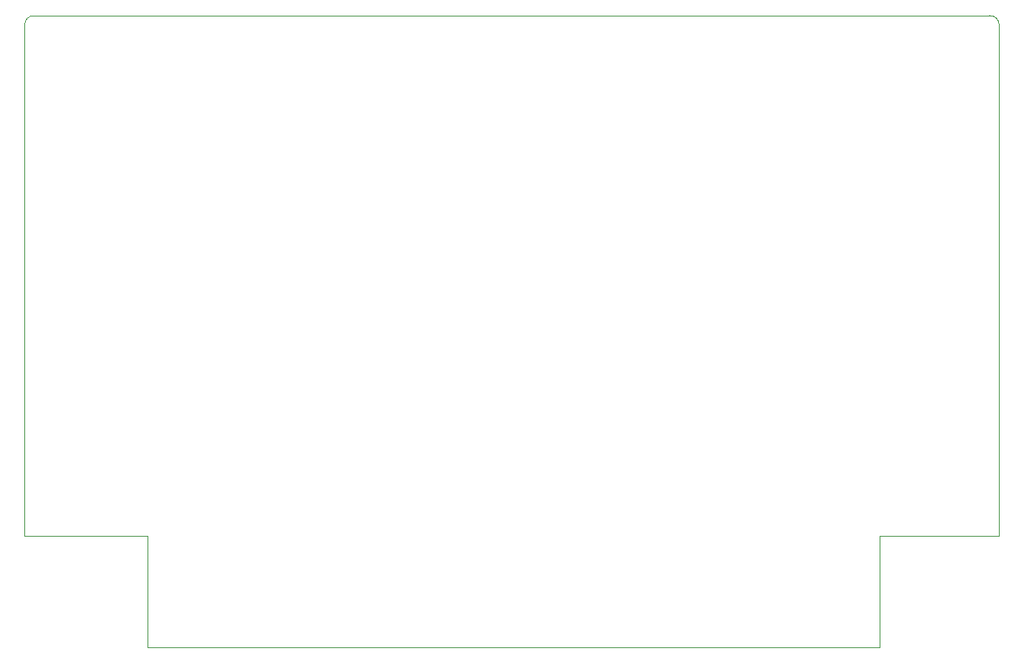
<source format=gbr>
%TF.GenerationSoftware,KiCad,Pcbnew,8.0.2*%
%TF.CreationDate,2025-01-11T19:36:36+01:00*%
%TF.ProjectId,bytecradle-6502-expansion-board,62797465-6372-4616-946c-652d36353032,rev?*%
%TF.SameCoordinates,Original*%
%TF.FileFunction,Profile,NP*%
%FSLAX46Y46*%
G04 Gerber Fmt 4.6, Leading zero omitted, Abs format (unit mm)*
G04 Created by KiCad (PCBNEW 8.0.2) date 2025-01-11 19:36:36*
%MOMM*%
%LPD*%
G01*
G04 APERTURE LIST*
%TA.AperFunction,Profile*%
%ADD10C,0.050000*%
%TD*%
G04 APERTURE END LIST*
D10*
X43180000Y-51546000D02*
G75*
G02*
X44180000Y-50546000I1000000J0D01*
G01*
X147336000Y-50546000D02*
G75*
G02*
X148336000Y-51546000I0J-1000000D01*
G01*
X44180000Y-50546000D02*
X147336000Y-50546000D01*
X56455000Y-110177000D02*
X56455000Y-106680000D01*
X55880000Y-106680000D02*
X43180000Y-106680000D01*
X148336000Y-106680000D02*
X148336000Y-51546000D01*
X43180000Y-106680000D02*
X43180000Y-51546000D01*
X148336000Y-106680000D02*
X135455000Y-106680000D01*
X135455000Y-110177000D02*
X135455000Y-106680000D01*
X56455000Y-106680000D02*
X55880000Y-106680000D01*
%TO.C,J1*%
X56455000Y-118677000D02*
X56455000Y-110177000D01*
X135455000Y-110177000D02*
X135455000Y-118677000D01*
X135455000Y-118677000D02*
X56455000Y-118677000D01*
%TD*%
M02*

</source>
